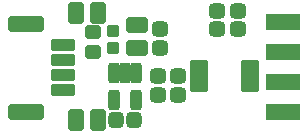
<source format=gbr>
%TF.GenerationSoftware,KiCad,Pcbnew,9.0.1+1*%
%TF.CreationDate,2025-10-15T17:07:22+00:00*%
%TF.ProjectId,TFI2CADC01,54464932-4341-4444-9330-312e6b696361,rev?*%
%TF.SameCoordinates,PX81b3200PY6b49d20*%
%TF.FileFunction,Soldermask,Top*%
%TF.FilePolarity,Negative*%
%FSLAX46Y46*%
G04 Gerber Fmt 4.6, Leading zero omitted, Abs format (unit mm)*
G04 Created by KiCad (PCBNEW 9.0.1+1) date 2025-10-15 17:07:22*
%MOMM*%
%LPD*%
G01*
G04 APERTURE LIST*
G04 Aperture macros list*
%AMRoundRect*
0 Rectangle with rounded corners*
0 $1 Rounding radius*
0 $2 $3 $4 $5 $6 $7 $8 $9 X,Y pos of 4 corners*
0 Add a 4 corners polygon primitive as box body*
4,1,4,$2,$3,$4,$5,$6,$7,$8,$9,$2,$3,0*
0 Add four circle primitives for the rounded corners*
1,1,$1+$1,$2,$3*
1,1,$1+$1,$4,$5*
1,1,$1+$1,$6,$7*
1,1,$1+$1,$8,$9*
0 Add four rect primitives between the rounded corners*
20,1,$1+$1,$2,$3,$4,$5,0*
20,1,$1+$1,$4,$5,$6,$7,0*
20,1,$1+$1,$6,$7,$8,$9,0*
20,1,$1+$1,$8,$9,$2,$3,0*%
G04 Aperture macros list end*
%ADD10RoundRect,0.250000X-0.250000X0.612500X-0.250000X-0.612500X0.250000X-0.612500X0.250000X0.612500X0*%
%ADD11RoundRect,0.318750X0.356250X-0.318750X0.356250X0.318750X-0.356250X0.318750X-0.356250X-0.318750X0*%
%ADD12RoundRect,0.318750X-0.356250X0.318750X-0.356250X-0.318750X0.356250X-0.318750X0.356250X0.318750X0*%
%ADD13RoundRect,0.200000X0.698500X-0.444500X0.698500X0.444500X-0.698500X0.444500X-0.698500X-0.444500X0*%
%ADD14RoundRect,0.250000X-0.300000X0.250000X-0.300000X-0.250000X0.300000X-0.250000X0.300000X0.250000X0*%
%ADD15RoundRect,0.318750X-0.318750X-0.356250X0.318750X-0.356250X0.318750X0.356250X-0.318750X0.356250X0*%
%ADD16RoundRect,0.200000X-0.444500X-0.698500X0.444500X-0.698500X0.444500X0.698500X-0.444500X0.698500X0*%
%ADD17RoundRect,0.250000X-0.800000X0.250000X-0.800000X-0.250000X0.800000X-0.250000X0.800000X0.250000X0*%
%ADD18RoundRect,0.350000X-1.200000X0.350000X-1.200000X-0.350000X1.200000X-0.350000X1.200000X0.350000X0*%
%ADD19RoundRect,0.300000X0.375000X-0.300000X0.375000X0.300000X-0.375000X0.300000X-0.375000X-0.300000X0*%
%ADD20RoundRect,0.200000X-1.255000X-0.500000X1.255000X-0.500000X1.255000X0.500000X-1.255000X0.500000X0*%
%ADD21RoundRect,0.200000X0.444500X0.698500X-0.444500X0.698500X-0.444500X-0.698500X0.444500X-0.698500X0*%
%ADD22RoundRect,0.200000X0.550000X0.150000X-0.550000X0.150000X-0.550000X-0.150000X0.550000X-0.150000X0*%
G04 APERTURE END LIST*
D10*
%TO.C,U1*%
X11000000Y7050000D03*
X10050000Y7050000D03*
X9100000Y7050000D03*
X9100000Y4775000D03*
X11000000Y4775000D03*
%TD*%
D11*
%TO.C,C2*%
X13033000Y9167500D03*
X13033000Y10742500D03*
%TD*%
D12*
%TO.C,R3*%
X17860000Y12325000D03*
X17860000Y10750000D03*
%TD*%
D13*
%TO.C,C1*%
X11033000Y9172500D03*
X11033000Y11077500D03*
%TD*%
D14*
%TO.C,D2*%
X9063000Y9176500D03*
X9063000Y10576500D03*
%TD*%
D12*
%TO.C,C3*%
X12870000Y6785000D03*
X12870000Y5210000D03*
%TD*%
%TO.C,C4*%
X14545000Y6785000D03*
X14545000Y5210000D03*
%TD*%
D15*
%TO.C,R4*%
X9262499Y3073400D03*
X10837501Y3073400D03*
%TD*%
D16*
%TO.C,D3*%
X5847500Y3050000D03*
X7752500Y3050000D03*
%TD*%
D17*
%TO.C,J2*%
X4825000Y9375000D03*
X4825000Y8125000D03*
X4825000Y6875000D03*
X4825000Y5625000D03*
D18*
X1625000Y11225000D03*
X1625000Y3775000D03*
%TD*%
D12*
%TO.C,R2*%
X19590000Y12315000D03*
X19590000Y10740000D03*
%TD*%
D19*
%TO.C,R1*%
X7300000Y8825000D03*
X7300000Y10475000D03*
%TD*%
D20*
%TO.C,J1*%
X23400000Y11350000D03*
X23400000Y8810000D03*
X23400000Y6270000D03*
X23400000Y3730000D03*
%TD*%
D21*
%TO.C,D1*%
X7752500Y12100000D03*
X5847500Y12100000D03*
%TD*%
D22*
%TO.C,U2*%
X20645000Y5785000D03*
X20645000Y6285000D03*
X20645000Y6785000D03*
X20645000Y7285000D03*
X20645000Y7785000D03*
X16345000Y7785000D03*
X16345000Y7285000D03*
X16345000Y6785000D03*
X16345000Y6285000D03*
X16345000Y5785000D03*
%TD*%
M02*

</source>
